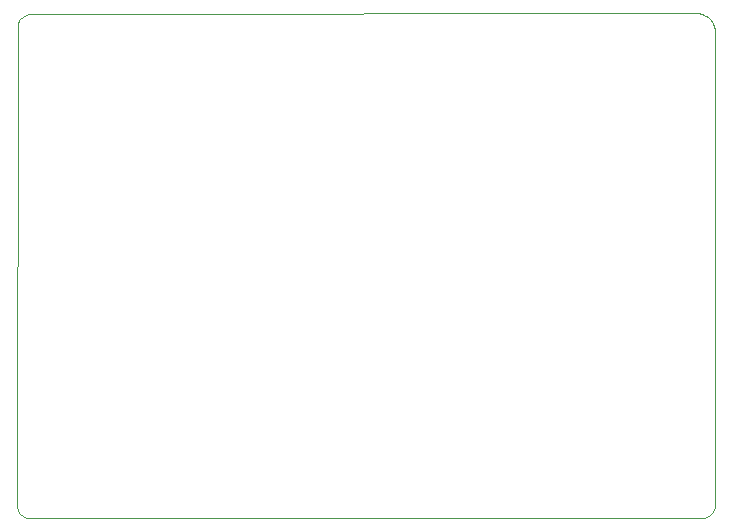
<source format=gko>
G75*
%MOIN*%
%OFA0B0*%
%FSLAX24Y24*%
%IPPOS*%
%LPD*%
%AMOC8*
5,1,8,0,0,1.08239X$1,22.5*
%
%ADD10C,0.0000*%
D10*
X000570Y000784D02*
X000578Y016758D01*
X000579Y016758D02*
X000576Y016798D01*
X000577Y016838D01*
X000582Y016877D01*
X000591Y016916D01*
X000603Y016954D01*
X000618Y016991D01*
X000637Y017026D01*
X000659Y017059D01*
X000684Y017091D01*
X000712Y017119D01*
X000742Y017145D01*
X000774Y017168D01*
X000809Y017188D01*
X000845Y017205D01*
X000883Y017218D01*
X000921Y017228D01*
X000961Y017234D01*
X023098Y017273D01*
X023830Y016650D02*
X023830Y000902D01*
X023828Y000861D01*
X023823Y000820D01*
X023814Y000780D01*
X023802Y000741D01*
X023786Y000703D01*
X023767Y000666D01*
X023745Y000631D01*
X023720Y000599D01*
X023692Y000568D01*
X023661Y000540D01*
X023629Y000515D01*
X023594Y000493D01*
X023557Y000474D01*
X023519Y000458D01*
X023480Y000446D01*
X023440Y000437D01*
X023399Y000432D01*
X023358Y000430D01*
X001034Y000430D01*
X001034Y000431D02*
X000996Y000427D01*
X000958Y000428D01*
X000920Y000431D01*
X000883Y000438D01*
X000846Y000449D01*
X000811Y000463D01*
X000777Y000480D01*
X000745Y000500D01*
X000714Y000523D01*
X000686Y000549D01*
X000661Y000577D01*
X000638Y000608D01*
X000618Y000640D01*
X000601Y000674D01*
X000588Y000710D01*
X000577Y000747D01*
X000571Y000784D01*
X023099Y017274D02*
X023149Y017276D01*
X023200Y017274D01*
X023251Y017269D01*
X023301Y017260D01*
X023350Y017247D01*
X023398Y017230D01*
X023445Y017210D01*
X023490Y017187D01*
X023533Y017160D01*
X023574Y017130D01*
X023613Y017097D01*
X023649Y017061D01*
X023682Y017023D01*
X023713Y016982D01*
X023740Y016939D01*
X023764Y016894D01*
X023785Y016848D01*
X023802Y016800D01*
X023815Y016751D01*
X023825Y016701D01*
X023831Y016650D01*
M02*

</source>
